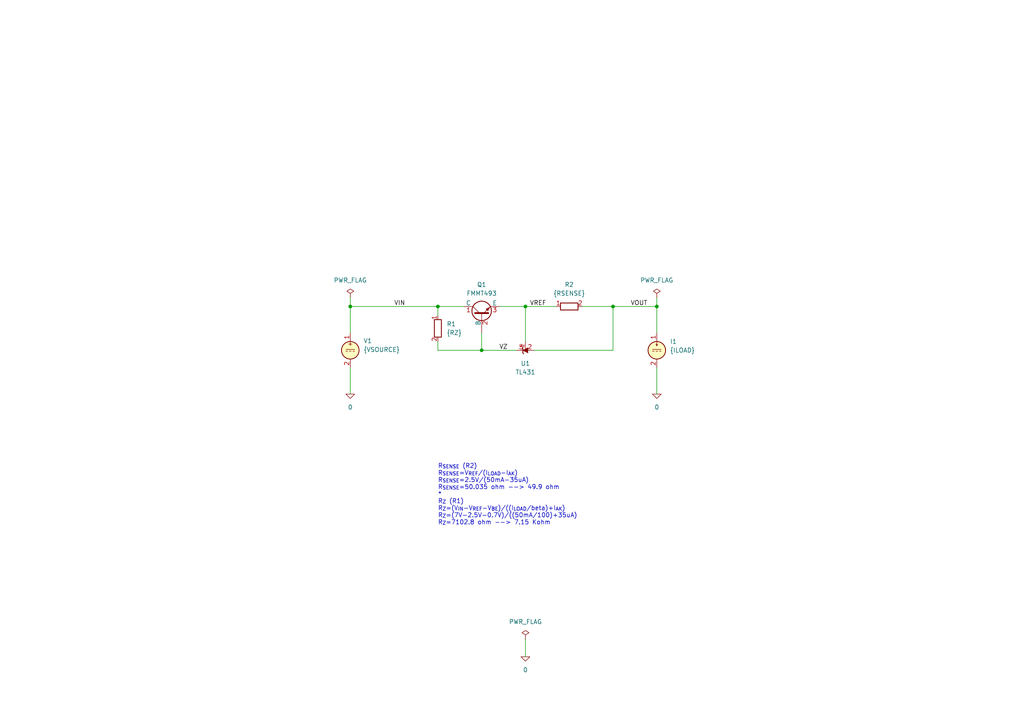
<source format=kicad_sch>
(kicad_sch
	(version 20231120)
	(generator "eeschema")
	(generator_version "8.0")
	(uuid "22360e43-7d11-432e-bf61-cebd6e305095")
	(paper "A4")
	(title_block
		(title "Overcurrent protection")
		(date "2024-12-20")
		(rev "2")
		(company "astroelectronic@")
		(comment 1 "-")
		(comment 2 "-")
		(comment 3 "-")
		(comment 4 "AE01020431")
	)
	(lib_symbols
		(symbol "Device:Q_NPN_CBE"
			(pin_names
				(offset 0)
			)
			(exclude_from_sim no)
			(in_bom yes)
			(on_board yes)
			(property "Reference" "Q"
				(at 5.08 1.27 0)
				(effects
					(font
						(size 1.27 1.27)
					)
					(justify left)
				)
			)
			(property "Value" "Q_NPN_CBE"
				(at 5.08 -1.27 0)
				(effects
					(font
						(size 1.27 1.27)
					)
					(justify left)
				)
			)
			(property "Footprint" ""
				(at 5.08 2.54 0)
				(effects
					(font
						(size 1.27 1.27)
					)
					(hide yes)
				)
			)
			(property "Datasheet" "~"
				(at 0 0 0)
				(effects
					(font
						(size 1.27 1.27)
					)
					(hide yes)
				)
			)
			(property "Description" "NPN transistor, collector/base/emitter"
				(at 0 0 0)
				(effects
					(font
						(size 1.27 1.27)
					)
					(hide yes)
				)
			)
			(property "ki_keywords" "transistor NPN"
				(at 0 0 0)
				(effects
					(font
						(size 1.27 1.27)
					)
					(hide yes)
				)
			)
			(symbol "Q_NPN_CBE_0_1"
				(polyline
					(pts
						(xy 0.635 0.635) (xy 2.54 2.54)
					)
					(stroke
						(width 0)
						(type default)
					)
					(fill
						(type none)
					)
				)
				(polyline
					(pts
						(xy 0.635 -0.635) (xy 2.54 -2.54) (xy 2.54 -2.54)
					)
					(stroke
						(width 0)
						(type default)
					)
					(fill
						(type none)
					)
				)
				(polyline
					(pts
						(xy 0.635 1.905) (xy 0.635 -1.905) (xy 0.635 -1.905)
					)
					(stroke
						(width 0.508)
						(type default)
					)
					(fill
						(type none)
					)
				)
				(polyline
					(pts
						(xy 1.27 -1.778) (xy 1.778 -1.27) (xy 2.286 -2.286) (xy 1.27 -1.778) (xy 1.27 -1.778)
					)
					(stroke
						(width 0)
						(type default)
					)
					(fill
						(type outline)
					)
				)
				(circle
					(center 1.27 0)
					(radius 2.8194)
					(stroke
						(width 0.254)
						(type default)
					)
					(fill
						(type none)
					)
				)
			)
			(symbol "Q_NPN_CBE_1_1"
				(pin passive line
					(at 2.54 5.08 270)
					(length 2.54)
					(name "C"
						(effects
							(font
								(size 1.27 1.27)
							)
						)
					)
					(number "1"
						(effects
							(font
								(size 1.27 1.27)
							)
						)
					)
				)
				(pin input line
					(at -5.08 0 0)
					(length 5.715)
					(name "B"
						(effects
							(font
								(size 1.27 1.27)
							)
						)
					)
					(number "2"
						(effects
							(font
								(size 1.27 1.27)
							)
						)
					)
				)
				(pin passive line
					(at 2.54 -5.08 90)
					(length 2.54)
					(name "E"
						(effects
							(font
								(size 1.27 1.27)
							)
						)
					)
					(number "3"
						(effects
							(font
								(size 1.27 1.27)
							)
						)
					)
				)
			)
		)
		(symbol "Device:R"
			(pin_names
				(offset 0) hide)
			(exclude_from_sim no)
			(in_bom yes)
			(on_board yes)
			(property "Reference" "R"
				(at 2.032 0 90)
				(effects
					(font
						(size 1.27 1.27)
					)
				)
			)
			(property "Value" "R"
				(at 0 0 90)
				(effects
					(font
						(size 1.27 1.27)
					)
				)
			)
			(property "Footprint" ""
				(at -1.778 0 90)
				(effects
					(font
						(size 1.27 1.27)
					)
					(hide yes)
				)
			)
			(property "Datasheet" "~"
				(at 0 0 0)
				(effects
					(font
						(size 1.27 1.27)
					)
					(hide yes)
				)
			)
			(property "Description" "Resistor"
				(at 0 0 0)
				(effects
					(font
						(size 1.27 1.27)
					)
					(hide yes)
				)
			)
			(property "ki_keywords" "R res resistor"
				(at 0 0 0)
				(effects
					(font
						(size 1.27 1.27)
					)
					(hide yes)
				)
			)
			(property "ki_fp_filters" "R_*"
				(at 0 0 0)
				(effects
					(font
						(size 1.27 1.27)
					)
					(hide yes)
				)
			)
			(symbol "R_0_1"
				(rectangle
					(start -1.016 -2.54)
					(end 1.016 2.54)
					(stroke
						(width 0.254)
						(type default)
					)
					(fill
						(type none)
					)
				)
			)
			(symbol "R_1_1"
				(pin passive line
					(at 0 3.81 270)
					(length 1.27)
					(name "~"
						(effects
							(font
								(size 1.27 1.27)
							)
						)
					)
					(number "1"
						(effects
							(font
								(size 1.27 1.27)
							)
						)
					)
				)
				(pin passive line
					(at 0 -3.81 90)
					(length 1.27)
					(name "~"
						(effects
							(font
								(size 1.27 1.27)
							)
						)
					)
					(number "2"
						(effects
							(font
								(size 1.27 1.27)
							)
						)
					)
				)
			)
		)
		(symbol "Reference_Voltage:TL431LP"
			(pin_names hide)
			(exclude_from_sim no)
			(in_bom yes)
			(on_board yes)
			(property "Reference" "U"
				(at -2.54 2.54 0)
				(effects
					(font
						(size 1.27 1.27)
					)
				)
			)
			(property "Value" "TL431LP"
				(at 0 -2.54 0)
				(effects
					(font
						(size 1.27 1.27)
					)
				)
			)
			(property "Footprint" "Package_TO_SOT_THT:TO-92_Inline"
				(at 0 -3.81 0)
				(effects
					(font
						(size 1.27 1.27)
						(italic yes)
					)
					(hide yes)
				)
			)
			(property "Datasheet" "http://www.ti.com/lit/ds/symlink/tl431.pdf"
				(at 0 0 0)
				(effects
					(font
						(size 1.27 1.27)
						(italic yes)
					)
					(hide yes)
				)
			)
			(property "Description" "Shunt Regulator, TO-92"
				(at 0 0 0)
				(effects
					(font
						(size 1.27 1.27)
					)
					(hide yes)
				)
			)
			(property "ki_keywords" "diode device regulator shunt"
				(at 0 0 0)
				(effects
					(font
						(size 1.27 1.27)
					)
					(hide yes)
				)
			)
			(property "ki_fp_filters" "TO*92*"
				(at 0 0 0)
				(effects
					(font
						(size 1.27 1.27)
					)
					(hide yes)
				)
			)
			(symbol "TL431LP_0_1"
				(polyline
					(pts
						(xy -1.27 0) (xy 0 0) (xy 1.27 0)
					)
					(stroke
						(width 0)
						(type default)
					)
					(fill
						(type none)
					)
				)
				(polyline
					(pts
						(xy -0.762 0.762) (xy 0.762 0) (xy -0.762 -0.762)
					)
					(stroke
						(width 0)
						(type default)
					)
					(fill
						(type outline)
					)
				)
				(polyline
					(pts
						(xy 0.508 -1.016) (xy 0.762 -0.762) (xy 0.762 0.762) (xy 0.762 0.762)
					)
					(stroke
						(width 0.254)
						(type default)
					)
					(fill
						(type none)
					)
				)
			)
			(symbol "TL431LP_1_1"
				(pin passive line
					(at 0 2.54 270)
					(length 2.54)
					(name "REF"
						(effects
							(font
								(size 1.27 1.27)
							)
						)
					)
					(number "1"
						(effects
							(font
								(size 1.27 1.27)
							)
						)
					)
				)
				(pin passive line
					(at -2.54 0 0)
					(length 2.54)
					(name "A"
						(effects
							(font
								(size 1.27 1.27)
							)
						)
					)
					(number "2"
						(effects
							(font
								(size 1.27 1.27)
							)
						)
					)
				)
				(pin passive line
					(at 2.54 0 180)
					(length 2.54)
					(name "K"
						(effects
							(font
								(size 1.27 1.27)
							)
						)
					)
					(number "3"
						(effects
							(font
								(size 1.27 1.27)
							)
						)
					)
				)
			)
		)
		(symbol "Simulation_SPICE:IDC"
			(pin_names
				(offset 0.0254) hide)
			(exclude_from_sim no)
			(in_bom yes)
			(on_board yes)
			(property "Reference" "I"
				(at 2.54 2.54 0)
				(effects
					(font
						(size 1.27 1.27)
					)
					(justify left)
				)
			)
			(property "Value" "IDC"
				(at 2.54 0 0)
				(effects
					(font
						(size 1.27 1.27)
					)
					(justify left)
				)
			)
			(property "Footprint" ""
				(at 0 0 0)
				(effects
					(font
						(size 1.27 1.27)
					)
					(hide yes)
				)
			)
			(property "Datasheet" "~"
				(at 0 0 0)
				(effects
					(font
						(size 1.27 1.27)
					)
					(hide yes)
				)
			)
			(property "Description" "Current source, DC"
				(at 0 0 0)
				(effects
					(font
						(size 1.27 1.27)
					)
					(hide yes)
				)
			)
			(property "Spice_Netlist_Enabled" "Y"
				(at 0 0 0)
				(effects
					(font
						(size 1.27 1.27)
					)
					(justify left)
					(hide yes)
				)
			)
			(property "Spice_Primitive" "I"
				(at 0 0 0)
				(effects
					(font
						(size 1.27 1.27)
					)
					(justify left)
					(hide yes)
				)
			)
			(property "Spice_Model" "dc(1)"
				(at 2.54 -2.54 0)
				(effects
					(font
						(size 1.27 1.27)
					)
					(justify left)
				)
			)
			(property "ki_keywords" "simulation"
				(at 0 0 0)
				(effects
					(font
						(size 1.27 1.27)
					)
					(hide yes)
				)
			)
			(symbol "IDC_0_0"
				(polyline
					(pts
						(xy -1.27 0.254) (xy 1.27 0.254)
					)
					(stroke
						(width 0)
						(type default)
					)
					(fill
						(type none)
					)
				)
				(polyline
					(pts
						(xy -0.762 -0.254) (xy -1.27 -0.254)
					)
					(stroke
						(width 0)
						(type default)
					)
					(fill
						(type none)
					)
				)
				(polyline
					(pts
						(xy 0.254 -0.254) (xy -0.254 -0.254)
					)
					(stroke
						(width 0)
						(type default)
					)
					(fill
						(type none)
					)
				)
				(polyline
					(pts
						(xy 1.27 -0.254) (xy 0.762 -0.254)
					)
					(stroke
						(width 0)
						(type default)
					)
					(fill
						(type none)
					)
				)
			)
			(symbol "IDC_0_1"
				(polyline
					(pts
						(xy 0 1.27) (xy 0 2.286)
					)
					(stroke
						(width 0)
						(type default)
					)
					(fill
						(type none)
					)
				)
				(polyline
					(pts
						(xy -0.254 1.778) (xy 0 1.27) (xy 0.254 1.778)
					)
					(stroke
						(width 0)
						(type default)
					)
					(fill
						(type none)
					)
				)
				(circle
					(center 0 0)
					(radius 2.54)
					(stroke
						(width 0.254)
						(type default)
					)
					(fill
						(type background)
					)
				)
			)
			(symbol "IDC_1_1"
				(pin passive line
					(at 0 5.08 270)
					(length 2.54)
					(name "~"
						(effects
							(font
								(size 1.27 1.27)
							)
						)
					)
					(number "1"
						(effects
							(font
								(size 1.27 1.27)
							)
						)
					)
				)
				(pin passive line
					(at 0 -5.08 90)
					(length 2.54)
					(name "~"
						(effects
							(font
								(size 1.27 1.27)
							)
						)
					)
					(number "2"
						(effects
							(font
								(size 1.27 1.27)
							)
						)
					)
				)
			)
		)
		(symbol "Simulation_SPICE:VDC"
			(pin_names
				(offset 0.0254) hide)
			(exclude_from_sim no)
			(in_bom yes)
			(on_board yes)
			(property "Reference" "V"
				(at 2.54 2.54 0)
				(effects
					(font
						(size 1.27 1.27)
					)
					(justify left)
				)
			)
			(property "Value" "VDC"
				(at 2.54 0 0)
				(effects
					(font
						(size 1.27 1.27)
					)
					(justify left)
				)
			)
			(property "Footprint" ""
				(at 0 0 0)
				(effects
					(font
						(size 1.27 1.27)
					)
					(hide yes)
				)
			)
			(property "Datasheet" "~"
				(at 0 0 0)
				(effects
					(font
						(size 1.27 1.27)
					)
					(hide yes)
				)
			)
			(property "Description" "Voltage source, DC"
				(at 0 0 0)
				(effects
					(font
						(size 1.27 1.27)
					)
					(hide yes)
				)
			)
			(property "Spice_Netlist_Enabled" "Y"
				(at 0 0 0)
				(effects
					(font
						(size 1.27 1.27)
					)
					(justify left)
					(hide yes)
				)
			)
			(property "Spice_Primitive" "V"
				(at 0 0 0)
				(effects
					(font
						(size 1.27 1.27)
					)
					(justify left)
					(hide yes)
				)
			)
			(property "Spice_Model" "dc(1)"
				(at 2.54 -2.54 0)
				(effects
					(font
						(size 1.27 1.27)
					)
					(justify left)
				)
			)
			(property "ki_keywords" "simulation"
				(at 0 0 0)
				(effects
					(font
						(size 1.27 1.27)
					)
					(hide yes)
				)
			)
			(symbol "VDC_0_0"
				(polyline
					(pts
						(xy -1.27 0.254) (xy 1.27 0.254)
					)
					(stroke
						(width 0)
						(type default)
					)
					(fill
						(type none)
					)
				)
				(polyline
					(pts
						(xy -0.762 -0.254) (xy -1.27 -0.254)
					)
					(stroke
						(width 0)
						(type default)
					)
					(fill
						(type none)
					)
				)
				(polyline
					(pts
						(xy 0.254 -0.254) (xy -0.254 -0.254)
					)
					(stroke
						(width 0)
						(type default)
					)
					(fill
						(type none)
					)
				)
				(polyline
					(pts
						(xy 1.27 -0.254) (xy 0.762 -0.254)
					)
					(stroke
						(width 0)
						(type default)
					)
					(fill
						(type none)
					)
				)
				(text "+"
					(at 0 1.905 0)
					(effects
						(font
							(size 1.27 1.27)
						)
					)
				)
			)
			(symbol "VDC_0_1"
				(circle
					(center 0 0)
					(radius 2.54)
					(stroke
						(width 0.254)
						(type default)
					)
					(fill
						(type background)
					)
				)
			)
			(symbol "VDC_1_1"
				(pin passive line
					(at 0 5.08 270)
					(length 2.54)
					(name "~"
						(effects
							(font
								(size 1.27 1.27)
							)
						)
					)
					(number "1"
						(effects
							(font
								(size 1.27 1.27)
							)
						)
					)
				)
				(pin passive line
					(at 0 -5.08 90)
					(length 2.54)
					(name "~"
						(effects
							(font
								(size 1.27 1.27)
							)
						)
					)
					(number "2"
						(effects
							(font
								(size 1.27 1.27)
							)
						)
					)
				)
			)
		)
		(symbol "power:PWR_FLAG"
			(power)
			(pin_numbers hide)
			(pin_names
				(offset 0) hide)
			(exclude_from_sim no)
			(in_bom yes)
			(on_board yes)
			(property "Reference" "#FLG"
				(at 0 1.905 0)
				(effects
					(font
						(size 1.27 1.27)
					)
					(hide yes)
				)
			)
			(property "Value" "PWR_FLAG"
				(at 0 3.81 0)
				(effects
					(font
						(size 1.27 1.27)
					)
				)
			)
			(property "Footprint" ""
				(at 0 0 0)
				(effects
					(font
						(size 1.27 1.27)
					)
					(hide yes)
				)
			)
			(property "Datasheet" "~"
				(at 0 0 0)
				(effects
					(font
						(size 1.27 1.27)
					)
					(hide yes)
				)
			)
			(property "Description" "Special symbol for telling ERC where power comes from"
				(at 0 0 0)
				(effects
					(font
						(size 1.27 1.27)
					)
					(hide yes)
				)
			)
			(property "ki_keywords" "flag power"
				(at 0 0 0)
				(effects
					(font
						(size 1.27 1.27)
					)
					(hide yes)
				)
			)
			(symbol "PWR_FLAG_0_0"
				(pin power_out line
					(at 0 0 90)
					(length 0)
					(name "pwr"
						(effects
							(font
								(size 1.27 1.27)
							)
						)
					)
					(number "1"
						(effects
							(font
								(size 1.27 1.27)
							)
						)
					)
				)
			)
			(symbol "PWR_FLAG_0_1"
				(polyline
					(pts
						(xy 0 0) (xy 0 1.27) (xy -1.016 1.905) (xy 0 2.54) (xy 1.016 1.905) (xy 0 1.27)
					)
					(stroke
						(width 0)
						(type default)
					)
					(fill
						(type none)
					)
				)
			)
		)
		(symbol "pspice:0"
			(power)
			(pin_names
				(offset 0)
			)
			(exclude_from_sim no)
			(in_bom yes)
			(on_board yes)
			(property "Reference" "#GND"
				(at 0 -2.54 0)
				(effects
					(font
						(size 1.27 1.27)
					)
					(hide yes)
				)
			)
			(property "Value" "0"
				(at 0 -1.778 0)
				(effects
					(font
						(size 1.27 1.27)
					)
				)
			)
			(property "Footprint" ""
				(at 0 0 0)
				(effects
					(font
						(size 1.27 1.27)
					)
					(hide yes)
				)
			)
			(property "Datasheet" "~"
				(at 0 0 0)
				(effects
					(font
						(size 1.27 1.27)
					)
					(hide yes)
				)
			)
			(property "Description" "0V reference potential for simulation"
				(at 0 0 0)
				(effects
					(font
						(size 1.27 1.27)
					)
					(hide yes)
				)
			)
			(property "ki_keywords" "simulation"
				(at 0 0 0)
				(effects
					(font
						(size 1.27 1.27)
					)
					(hide yes)
				)
			)
			(symbol "0_0_1"
				(polyline
					(pts
						(xy -1.27 0) (xy 0 -1.27) (xy 1.27 0) (xy -1.27 0)
					)
					(stroke
						(width 0)
						(type default)
					)
					(fill
						(type none)
					)
				)
			)
			(symbol "0_1_1"
				(pin power_in line
					(at 0 0 0)
					(length 0) hide
					(name "0"
						(effects
							(font
								(size 1.016 1.016)
							)
						)
					)
					(number "1"
						(effects
							(font
								(size 1.016 1.016)
							)
						)
					)
				)
			)
		)
	)
	(junction
		(at 139.7 101.6)
		(diameter 0)
		(color 0 0 0 0)
		(uuid "0b34e17a-9c13-4dc9-ba0b-f3621d29c3d7")
	)
	(junction
		(at 190.5 88.9)
		(diameter 0)
		(color 0 0 0 0)
		(uuid "3b9568df-3e04-419d-b914-81ca371c2789")
	)
	(junction
		(at 101.6 88.9)
		(diameter 0)
		(color 0 0 0 0)
		(uuid "5bda02ef-4a4b-4094-b277-3311bc3d7117")
	)
	(junction
		(at 127 88.9)
		(diameter 0)
		(color 0 0 0 0)
		(uuid "8e3565f9-0a85-433a-8152-fc938ed00f55")
	)
	(junction
		(at 177.8 88.9)
		(diameter 0)
		(color 0 0 0 0)
		(uuid "ac3764f1-e748-44fc-9abd-c434c3fb9ff5")
	)
	(junction
		(at 152.4 88.9)
		(diameter 0)
		(color 0 0 0 0)
		(uuid "ca11d55a-3f6c-475b-83d4-491132c15f71")
	)
	(wire
		(pts
			(xy 152.4 88.9) (xy 144.78 88.9)
		)
		(stroke
			(width 0)
			(type default)
		)
		(uuid "01be6992-c5a5-40de-8d29-0a7b10c00cb1")
	)
	(wire
		(pts
			(xy 127 88.9) (xy 127 91.44)
		)
		(stroke
			(width 0)
			(type default)
		)
		(uuid "039985bd-4013-4f6b-9a63-5174677b74d1")
	)
	(wire
		(pts
			(xy 101.6 106.68) (xy 101.6 114.3)
		)
		(stroke
			(width 0)
			(type default)
		)
		(uuid "351c833a-adfb-40c5-ad6f-b2690e56dd52")
	)
	(wire
		(pts
			(xy 152.4 185.42) (xy 152.4 190.5)
		)
		(stroke
			(width 0)
			(type default)
		)
		(uuid "3cff0e4c-ce2e-4f63-9335-dff04c80f130")
	)
	(wire
		(pts
			(xy 154.94 101.6) (xy 177.8 101.6)
		)
		(stroke
			(width 0)
			(type default)
		)
		(uuid "453e1201-365d-4976-8d7a-a57c5914aa67")
	)
	(wire
		(pts
			(xy 139.7 101.6) (xy 149.86 101.6)
		)
		(stroke
			(width 0)
			(type default)
		)
		(uuid "4d0cb612-c41c-4789-ba29-32d494885fee")
	)
	(wire
		(pts
			(xy 177.8 88.9) (xy 168.91 88.9)
		)
		(stroke
			(width 0)
			(type default)
		)
		(uuid "85c51ea6-c1ae-4222-a605-658c149e9723")
	)
	(wire
		(pts
			(xy 139.7 96.52) (xy 139.7 101.6)
		)
		(stroke
			(width 0)
			(type default)
		)
		(uuid "8996ed07-eb60-4f75-9eaf-677602145554")
	)
	(wire
		(pts
			(xy 177.8 101.6) (xy 177.8 88.9)
		)
		(stroke
			(width 0)
			(type default)
		)
		(uuid "93046251-4585-4bb2-a739-49b59d50c98a")
	)
	(wire
		(pts
			(xy 101.6 86.36) (xy 101.6 88.9)
		)
		(stroke
			(width 0)
			(type default)
		)
		(uuid "9a46876d-b156-4b49-ba23-7ec82d01e1a9")
	)
	(wire
		(pts
			(xy 190.5 106.68) (xy 190.5 114.3)
		)
		(stroke
			(width 0)
			(type default)
		)
		(uuid "a60691c3-0e71-44a0-b5d7-376faff011a9")
	)
	(wire
		(pts
			(xy 127 101.6) (xy 127 99.06)
		)
		(stroke
			(width 0)
			(type default)
		)
		(uuid "a64d37dc-6237-464f-96ff-a422320876f1")
	)
	(wire
		(pts
			(xy 190.5 96.52) (xy 190.5 88.9)
		)
		(stroke
			(width 0)
			(type default)
		)
		(uuid "aa655713-f4c6-458a-9218-bf76c04dc1f7")
	)
	(wire
		(pts
			(xy 139.7 101.6) (xy 127 101.6)
		)
		(stroke
			(width 0)
			(type default)
		)
		(uuid "ac2cea58-5b09-4493-b3b2-98e535099ae3")
	)
	(wire
		(pts
			(xy 152.4 99.06) (xy 152.4 88.9)
		)
		(stroke
			(width 0)
			(type default)
		)
		(uuid "d5beec04-1f60-47bb-8250-3b5f3e8d6640")
	)
	(wire
		(pts
			(xy 190.5 88.9) (xy 177.8 88.9)
		)
		(stroke
			(width 0)
			(type default)
		)
		(uuid "d97542d9-03c3-4125-bb69-3c818cdcf1ea")
	)
	(wire
		(pts
			(xy 101.6 88.9) (xy 127 88.9)
		)
		(stroke
			(width 0)
			(type default)
		)
		(uuid "e51005c0-164f-479f-9adf-bce2318c5d6d")
	)
	(wire
		(pts
			(xy 127 88.9) (xy 134.62 88.9)
		)
		(stroke
			(width 0)
			(type default)
		)
		(uuid "e553ff11-cbeb-463e-84a3-49e747c12cd0")
	)
	(wire
		(pts
			(xy 101.6 96.52) (xy 101.6 88.9)
		)
		(stroke
			(width 0)
			(type default)
		)
		(uuid "eabcf923-709f-403f-8b57-de9653626812")
	)
	(wire
		(pts
			(xy 190.5 86.36) (xy 190.5 88.9)
		)
		(stroke
			(width 0)
			(type default)
		)
		(uuid "f0fe34e6-e3f1-4e10-8015-6b4e9ac3baf8")
	)
	(wire
		(pts
			(xy 152.4 88.9) (xy 161.29 88.9)
		)
		(stroke
			(width 0)
			(type default)
		)
		(uuid "f8a5c935-de77-4684-b1e7-a8523080cb65")
	)
	(text "R_{SENSE} (R2)\nR_{SENSE}=V_{REF}/(I_{LOAD}-I_{AK})\nR_{SENSE}=2.5V/(50mA-35uA)\nR_{SENSE}=50.035 ohm --> 49.9 ohm\n*\nR_{Z} (R1)\nR_{Z}=(V_{IN}-V_{REF}-V_{BE})/((I_{LOAD}/beta)+I_{AK})\nR_{Z}=(7V-2.5V-0.7V)/((50mA/100)+35uA)\nR_{Z}=7102.8 ohm --> 7.15 Kohm"
		(exclude_from_sim no)
		(at 127 152.4 0)
		(effects
			(font
				(size 1.27 1.27)
			)
			(justify left bottom)
		)
		(uuid "59163474-118e-429d-b7e6-b4aa734993ea")
	)
	(label "VIN"
		(at 114.3 88.9 0)
		(fields_autoplaced yes)
		(effects
			(font
				(size 1.27 1.27)
			)
			(justify left bottom)
		)
		(uuid "3ebbac0e-5a1f-471e-afe1-f8d387093e53")
	)
	(label "VOUT"
		(at 182.88 88.9 0)
		(fields_autoplaced yes)
		(effects
			(font
				(size 1.27 1.27)
			)
			(justify left bottom)
		)
		(uuid "6bd578cb-2de0-47e0-b181-83eab77ab544")
	)
	(label "VZ"
		(at 144.78 101.6 0)
		(fields_autoplaced yes)
		(effects
			(font
				(size 1.27 1.27)
			)
			(justify left bottom)
		)
		(uuid "75c61ba5-4653-4874-8eb5-280474d5e145")
	)
	(label "VREF"
		(at 153.67 88.9 0)
		(fields_autoplaced yes)
		(effects
			(font
				(size 1.27 1.27)
			)
			(justify left bottom)
		)
		(uuid "b9659435-2e6b-4267-a686-a275aafc3eae")
	)
	(symbol
		(lib_id "pspice:0")
		(at 101.6 114.3 0)
		(unit 1)
		(exclude_from_sim no)
		(in_bom yes)
		(on_board yes)
		(dnp no)
		(fields_autoplaced yes)
		(uuid "1d1b6f76-0520-4036-b8c3-2a566dac0e49")
		(property "Reference" "#GND01"
			(at 101.6 116.84 0)
			(effects
				(font
					(size 1.27 1.27)
				)
				(hide yes)
			)
		)
		(property "Value" "0"
			(at 101.6 118.11 0)
			(effects
				(font
					(size 1.27 1.27)
				)
			)
		)
		(property "Footprint" ""
			(at 101.6 114.3 0)
			(effects
				(font
					(size 1.27 1.27)
				)
				(hide yes)
			)
		)
		(property "Datasheet" "~"
			(at 101.6 114.3 0)
			(effects
				(font
					(size 1.27 1.27)
				)
				(hide yes)
			)
		)
		(property "Description" ""
			(at 101.6 114.3 0)
			(effects
				(font
					(size 1.27 1.27)
				)
				(hide yes)
			)
		)
		(pin "1"
			(uuid "41a2f9c1-29df-458b-b19b-02ef7d9fddf0")
		)
		(instances
			(project "TL431_ocp"
				(path "/22360e43-7d11-432e-bf61-cebd6e305095"
					(reference "#GND01")
					(unit 1)
				)
			)
		)
	)
	(symbol
		(lib_id "Device:R")
		(at 127 95.25 0)
		(unit 1)
		(exclude_from_sim no)
		(in_bom yes)
		(on_board yes)
		(dnp no)
		(fields_autoplaced yes)
		(uuid "21fb90b9-36bc-42fd-a307-a91797ee5cdd")
		(property "Reference" "R1"
			(at 129.54 93.9799 0)
			(effects
				(font
					(size 1.27 1.27)
				)
				(justify left)
			)
		)
		(property "Value" "{RZ}"
			(at 129.54 96.5199 0)
			(effects
				(font
					(size 1.27 1.27)
				)
				(justify left)
			)
		)
		(property "Footprint" ""
			(at 125.222 95.25 90)
			(effects
				(font
					(size 1.27 1.27)
				)
				(hide yes)
			)
		)
		(property "Datasheet" "~"
			(at 127 95.25 0)
			(effects
				(font
					(size 1.27 1.27)
				)
				(hide yes)
			)
		)
		(property "Description" ""
			(at 127 95.25 0)
			(effects
				(font
					(size 1.27 1.27)
				)
				(hide yes)
			)
		)
		(pin "1"
			(uuid "cd4aa498-01c8-4d90-a87e-3a5fcbb390ae")
		)
		(pin "2"
			(uuid "8b390fa4-2698-49b1-bed5-9b51fcd4279f")
		)
		(instances
			(project "TL431_ocp"
				(path "/22360e43-7d11-432e-bf61-cebd6e305095"
					(reference "R1")
					(unit 1)
				)
			)
		)
	)
	(symbol
		(lib_id "power:PWR_FLAG")
		(at 101.6 86.36 0)
		(unit 1)
		(exclude_from_sim no)
		(in_bom yes)
		(on_board yes)
		(dnp no)
		(fields_autoplaced yes)
		(uuid "2d23f24c-46d6-44b7-a41a-070e85dbc66a")
		(property "Reference" "#FLG01"
			(at 101.6 84.455 0)
			(effects
				(font
					(size 1.27 1.27)
				)
				(hide yes)
			)
		)
		(property "Value" "PWR_FLAG"
			(at 101.6 81.28 0)
			(effects
				(font
					(size 1.27 1.27)
				)
			)
		)
		(property "Footprint" ""
			(at 101.6 86.36 0)
			(effects
				(font
					(size 1.27 1.27)
				)
				(hide yes)
			)
		)
		(property "Datasheet" "~"
			(at 101.6 86.36 0)
			(effects
				(font
					(size 1.27 1.27)
				)
				(hide yes)
			)
		)
		(property "Description" ""
			(at 101.6 86.36 0)
			(effects
				(font
					(size 1.27 1.27)
				)
				(hide yes)
			)
		)
		(pin "1"
			(uuid "4e6cae56-bf6e-41ad-819f-a2b13c5d0464")
		)
		(instances
			(project "TL431_ocp"
				(path "/22360e43-7d11-432e-bf61-cebd6e305095"
					(reference "#FLG01")
					(unit 1)
				)
			)
		)
	)
	(symbol
		(lib_id "Simulation_SPICE:IDC")
		(at 190.5 101.6 0)
		(unit 1)
		(exclude_from_sim no)
		(in_bom yes)
		(on_board yes)
		(dnp no)
		(fields_autoplaced yes)
		(uuid "30b78587-4818-492a-8553-6b256c5c627a")
		(property "Reference" "I1"
			(at 194.31 99.0599 0)
			(effects
				(font
					(size 1.27 1.27)
				)
				(justify left)
			)
		)
		(property "Value" "{ILOAD}"
			(at 194.31 101.5999 0)
			(effects
				(font
					(size 1.27 1.27)
				)
				(justify left)
			)
		)
		(property "Footprint" ""
			(at 190.5 101.6 0)
			(effects
				(font
					(size 1.27 1.27)
				)
				(hide yes)
			)
		)
		(property "Datasheet" "~"
			(at 190.5 101.6 0)
			(effects
				(font
					(size 1.27 1.27)
				)
				(hide yes)
			)
		)
		(property "Description" ""
			(at 190.5 101.6 0)
			(effects
				(font
					(size 1.27 1.27)
				)
				(hide yes)
			)
		)
		(property "Sim.Device" "SPICE"
			(at 190.5 101.6 0)
			(effects
				(font
					(size 1.27 1.27)
				)
				(justify left)
				(hide yes)
			)
		)
		(property "Sim.Params" "type=\"I\" model=\"{ILOAD}\" lib=\"\""
			(at 0 0 0)
			(effects
				(font
					(size 1.27 1.27)
				)
				(hide yes)
			)
		)
		(property "Sim.Pins" "1=1 2=2"
			(at 0 0 0)
			(effects
				(font
					(size 1.27 1.27)
				)
				(hide yes)
			)
		)
		(pin "1"
			(uuid "af873a62-d7e3-43c9-9a46-c7e0d047c624")
		)
		(pin "2"
			(uuid "06b01ee4-165a-4a4b-8fe9-17a6b80eab2d")
		)
		(instances
			(project "TL431_ocp"
				(path "/22360e43-7d11-432e-bf61-cebd6e305095"
					(reference "I1")
					(unit 1)
				)
			)
		)
	)
	(symbol
		(lib_id "Device:Q_NPN_CBE")
		(at 139.7 91.44 90)
		(unit 1)
		(exclude_from_sim no)
		(in_bom yes)
		(on_board yes)
		(dnp no)
		(fields_autoplaced yes)
		(uuid "3ea3efc9-e2c1-4858-977c-b8a3529d32b4")
		(property "Reference" "Q1"
			(at 139.7 82.55 90)
			(effects
				(font
					(size 1.27 1.27)
				)
			)
		)
		(property "Value" "FMMT493"
			(at 139.7 85.09 90)
			(effects
				(font
					(size 1.27 1.27)
				)
			)
		)
		(property "Footprint" ""
			(at 137.16 86.36 0)
			(effects
				(font
					(size 1.27 1.27)
				)
				(hide yes)
			)
		)
		(property "Datasheet" "~"
			(at 139.7 91.44 0)
			(effects
				(font
					(size 1.27 1.27)
				)
				(hide yes)
			)
		)
		(property "Description" ""
			(at 139.7 91.44 0)
			(effects
				(font
					(size 1.27 1.27)
				)
				(hide yes)
			)
		)
		(property "Sim.Device" "NPN"
			(at 139.7 91.44 0)
			(effects
				(font
					(size 1.27 1.27)
				)
				(hide yes)
			)
		)
		(property "Sim.Pins" "1=C 2=B 3=E"
			(at 0 0 0)
			(effects
				(font
					(size 1.27 1.27)
				)
				(hide yes)
			)
		)
		(property "Sim.Library" "C:\\AE\\TL431\\_models\\FMMT493.spice.txt"
			(at 139.7 91.44 0)
			(effects
				(font
					(size 1.27 1.27)
				)
				(hide yes)
			)
		)
		(property "Sim.Name" "FMMT493"
			(at 139.7 91.44 0)
			(effects
				(font
					(size 1.27 1.27)
				)
				(hide yes)
			)
		)
		(property "Sim.Type" "GUMMELPOON"
			(at 139.7 91.44 0)
			(effects
				(font
					(size 1.27 1.27)
				)
				(hide yes)
			)
		)
		(pin "1"
			(uuid "f5a03b9f-a669-4fe0-9795-a4550fab97f3")
		)
		(pin "2"
			(uuid "c2561431-363b-4a92-9a28-1f836b381e6c")
		)
		(pin "3"
			(uuid "808ca4b6-f917-45f3-a602-f0340ac17b20")
		)
		(instances
			(project "TL431_ocp"
				(path "/22360e43-7d11-432e-bf61-cebd6e305095"
					(reference "Q1")
					(unit 1)
				)
			)
		)
	)
	(symbol
		(lib_id "pspice:0")
		(at 152.4 190.5 0)
		(unit 1)
		(exclude_from_sim no)
		(in_bom yes)
		(on_board yes)
		(dnp no)
		(fields_autoplaced yes)
		(uuid "4337d303-311b-43c3-9165-675663a972ef")
		(property "Reference" "#GND03"
			(at 152.4 193.04 0)
			(effects
				(font
					(size 1.27 1.27)
				)
				(hide yes)
			)
		)
		(property "Value" "0"
			(at 152.4 194.31 0)
			(effects
				(font
					(size 1.27 1.27)
				)
			)
		)
		(property "Footprint" ""
			(at 152.4 190.5 0)
			(effects
				(font
					(size 1.27 1.27)
				)
				(hide yes)
			)
		)
		(property "Datasheet" "~"
			(at 152.4 190.5 0)
			(effects
				(font
					(size 1.27 1.27)
				)
				(hide yes)
			)
		)
		(property "Description" ""
			(at 152.4 190.5 0)
			(effects
				(font
					(size 1.27 1.27)
				)
				(hide yes)
			)
		)
		(pin "1"
			(uuid "3188286f-e5dc-4c37-bd11-cd9badfc4a43")
		)
		(instances
			(project "TL431_ocp"
				(path "/22360e43-7d11-432e-bf61-cebd6e305095"
					(reference "#GND03")
					(unit 1)
				)
			)
		)
	)
	(symbol
		(lib_id "pspice:0")
		(at 190.5 114.3 0)
		(unit 1)
		(exclude_from_sim no)
		(in_bom yes)
		(on_board yes)
		(dnp no)
		(fields_autoplaced yes)
		(uuid "4407ef17-3066-43af-89cf-485b825c92a6")
		(property "Reference" "#GND02"
			(at 190.5 116.84 0)
			(effects
				(font
					(size 1.27 1.27)
				)
				(hide yes)
			)
		)
		(property "Value" "0"
			(at 190.5 118.11 0)
			(effects
				(font
					(size 1.27 1.27)
				)
			)
		)
		(property "Footprint" ""
			(at 190.5 114.3 0)
			(effects
				(font
					(size 1.27 1.27)
				)
				(hide yes)
			)
		)
		(property "Datasheet" "~"
			(at 190.5 114.3 0)
			(effects
				(font
					(size 1.27 1.27)
				)
				(hide yes)
			)
		)
		(property "Description" ""
			(at 190.5 114.3 0)
			(effects
				(font
					(size 1.27 1.27)
				)
				(hide yes)
			)
		)
		(pin "1"
			(uuid "cc31aae8-2c15-4e09-a76c-f44d31e2f592")
		)
		(instances
			(project "TL431_ocp"
				(path "/22360e43-7d11-432e-bf61-cebd6e305095"
					(reference "#GND02")
					(unit 1)
				)
			)
		)
	)
	(symbol
		(lib_id "power:PWR_FLAG")
		(at 152.4 185.42 0)
		(unit 1)
		(exclude_from_sim no)
		(in_bom yes)
		(on_board yes)
		(dnp no)
		(fields_autoplaced yes)
		(uuid "792c06d0-1c4a-411e-92ef-2b4270545aa7")
		(property "Reference" "#FLG03"
			(at 152.4 183.515 0)
			(effects
				(font
					(size 1.27 1.27)
				)
				(hide yes)
			)
		)
		(property "Value" "PWR_FLAG"
			(at 152.4 180.34 0)
			(effects
				(font
					(size 1.27 1.27)
				)
			)
		)
		(property "Footprint" ""
			(at 152.4 185.42 0)
			(effects
				(font
					(size 1.27 1.27)
				)
				(hide yes)
			)
		)
		(property "Datasheet" "~"
			(at 152.4 185.42 0)
			(effects
				(font
					(size 1.27 1.27)
				)
				(hide yes)
			)
		)
		(property "Description" ""
			(at 152.4 185.42 0)
			(effects
				(font
					(size 1.27 1.27)
				)
				(hide yes)
			)
		)
		(pin "1"
			(uuid "cd777810-0b8d-4ca4-8663-56d374f6deb9")
		)
		(instances
			(project "TL431_ocp"
				(path "/22360e43-7d11-432e-bf61-cebd6e305095"
					(reference "#FLG03")
					(unit 1)
				)
			)
		)
	)
	(symbol
		(lib_id "Simulation_SPICE:VDC")
		(at 101.6 101.6 0)
		(unit 1)
		(exclude_from_sim no)
		(in_bom yes)
		(on_board yes)
		(dnp no)
		(fields_autoplaced yes)
		(uuid "8c1e3250-483c-4644-918a-53a29eeac35b")
		(property "Reference" "V1"
			(at 105.41 98.8701 0)
			(effects
				(font
					(size 1.27 1.27)
				)
				(justify left)
			)
		)
		(property "Value" "{VSOURCE}"
			(at 105.41 101.4101 0)
			(effects
				(font
					(size 1.27 1.27)
				)
				(justify left)
			)
		)
		(property "Footprint" ""
			(at 101.6 101.6 0)
			(effects
				(font
					(size 1.27 1.27)
				)
				(hide yes)
			)
		)
		(property "Datasheet" "~"
			(at 101.6 101.6 0)
			(effects
				(font
					(size 1.27 1.27)
				)
				(hide yes)
			)
		)
		(property "Description" ""
			(at 101.6 101.6 0)
			(effects
				(font
					(size 1.27 1.27)
				)
				(hide yes)
			)
		)
		(property "Sim.Device" "SPICE"
			(at 101.6 101.6 0)
			(effects
				(font
					(size 1.27 1.27)
				)
				(justify left)
				(hide yes)
			)
		)
		(property "Sim.Params" "type=\"V\" model=\"{VSOURCE}\" lib=\"\""
			(at 0 0 0)
			(effects
				(font
					(size 1.27 1.27)
				)
				(hide yes)
			)
		)
		(property "Sim.Pins" "1=1 2=2"
			(at 0 0 0)
			(effects
				(font
					(size 1.27 1.27)
				)
				(hide yes)
			)
		)
		(pin "1"
			(uuid "c2f496b2-7681-4b0a-8fcc-8d63a721675f")
		)
		(pin "2"
			(uuid "c0411ac3-323e-49ff-82d1-4f35ca9c2e60")
		)
		(instances
			(project "TL431_ocp"
				(path "/22360e43-7d11-432e-bf61-cebd6e305095"
					(reference "V1")
					(unit 1)
				)
			)
		)
	)
	(symbol
		(lib_id "Device:R")
		(at 165.1 88.9 90)
		(unit 1)
		(exclude_from_sim no)
		(in_bom yes)
		(on_board yes)
		(dnp no)
		(fields_autoplaced yes)
		(uuid "aa006bca-2010-4c00-8de9-61155bc8c4b9")
		(property "Reference" "R2"
			(at 165.1 82.55 90)
			(effects
				(font
					(size 1.27 1.27)
				)
			)
		)
		(property "Value" "{RSENSE}"
			(at 165.1 85.09 90)
			(effects
				(font
					(size 1.27 1.27)
				)
			)
		)
		(property "Footprint" ""
			(at 165.1 90.678 90)
			(effects
				(font
					(size 1.27 1.27)
				)
				(hide yes)
			)
		)
		(property "Datasheet" "~"
			(at 165.1 88.9 0)
			(effects
				(font
					(size 1.27 1.27)
				)
				(hide yes)
			)
		)
		(property "Description" ""
			(at 165.1 88.9 0)
			(effects
				(font
					(size 1.27 1.27)
				)
				(hide yes)
			)
		)
		(pin "1"
			(uuid "aba118f7-0f35-4ffc-9005-e85a7c79db72")
		)
		(pin "2"
			(uuid "eb8e62b9-7056-4245-b8fb-48ab1e8d0482")
		)
		(instances
			(project "TL431_ocp"
				(path "/22360e43-7d11-432e-bf61-cebd6e305095"
					(reference "R2")
					(unit 1)
				)
			)
		)
	)
	(symbol
		(lib_id "Reference_Voltage:TL431LP")
		(at 152.4 101.6 0)
		(mirror y)
		(unit 1)
		(exclude_from_sim no)
		(in_bom yes)
		(on_board yes)
		(dnp no)
		(fields_autoplaced yes)
		(uuid "aad25160-33bc-4c22-8fc6-cc8b3c82f52a")
		(property "Reference" "U1"
			(at 152.4 105.41 0)
			(effects
				(font
					(size 1.27 1.27)
				)
			)
		)
		(property "Value" "TL431"
			(at 152.4 107.95 0)
			(effects
				(font
					(size 1.27 1.27)
				)
			)
		)
		(property "Footprint" ""
			(at 152.4 105.41 0)
			(effects
				(font
					(size 1.27 1.27)
					(italic yes)
				)
				(hide yes)
			)
		)
		(property "Datasheet" "~"
			(at 152.4 101.6 0)
			(effects
				(font
					(size 1.27 1.27)
					(italic yes)
				)
				(hide yes)
			)
		)
		(property "Description" ""
			(at 152.4 101.6 0)
			(effects
				(font
					(size 1.27 1.27)
				)
				(hide yes)
			)
		)
		(property "Sim.Device" "SUBCKT"
			(at 152.4 101.6 0)
			(effects
				(font
					(size 1.27 1.27)
				)
				(hide yes)
			)
		)
		(property "Sim.Pins" "1=1 2=2 3=3"
			(at 0 0 0)
			(effects
				(font
					(size 1.27 1.27)
				)
				(hide yes)
			)
		)
		(property "Sim.Library" "C:\\AE\\TL431\\_models\\tl431.mod"
			(at 152.4 101.6 0)
			(effects
				(font
					(size 1.27 1.27)
				)
				(hide yes)
			)
		)
		(property "Sim.Name" "TL431"
			(at 152.4 101.6 0)
			(effects
				(font
					(size 1.27 1.27)
				)
				(hide yes)
			)
		)
		(pin "1"
			(uuid "6de888e3-1a56-4689-8f5b-4c2d120f5549")
		)
		(pin "2"
			(uuid "3ec35d7c-0120-4208-8ce4-fab4b212a818")
		)
		(pin "3"
			(uuid "c6ab70de-0795-4143-aee5-766a558e5e52")
		)
		(instances
			(project "TL431_ocp"
				(path "/22360e43-7d11-432e-bf61-cebd6e305095"
					(reference "U1")
					(unit 1)
				)
			)
		)
	)
	(symbol
		(lib_id "power:PWR_FLAG")
		(at 190.5 86.36 0)
		(unit 1)
		(exclude_from_sim no)
		(in_bom yes)
		(on_board yes)
		(dnp no)
		(fields_autoplaced yes)
		(uuid "f42b1b50-89ec-44a3-8435-b20fd3fd2cf9")
		(property "Reference" "#FLG02"
			(at 190.5 84.455 0)
			(effects
				(font
					(size 1.27 1.27)
				)
				(hide yes)
			)
		)
		(property "Value" "PWR_FLAG"
			(at 190.5 81.28 0)
			(effects
				(font
					(size 1.27 1.27)
				)
			)
		)
		(property "Footprint" ""
			(at 190.5 86.36 0)
			(effects
				(font
					(size 1.27 1.27)
				)
				(hide yes)
			)
		)
		(property "Datasheet" "~"
			(at 190.5 86.36 0)
			(effects
				(font
					(size 1.27 1.27)
				)
				(hide yes)
			)
		)
		(property "Description" ""
			(at 190.5 86.36 0)
			(effects
				(font
					(size 1.27 1.27)
				)
				(hide yes)
			)
		)
		(pin "1"
			(uuid "70b04acd-349b-44ea-bc91-1ab77b19d4c8")
		)
		(instances
			(project "TL431_ocp"
				(path "/22360e43-7d11-432e-bf61-cebd6e305095"
					(reference "#FLG02")
					(unit 1)
				)
			)
		)
	)
	(sheet_instances
		(path "/"
			(page "1")
		)
	)
)

</source>
